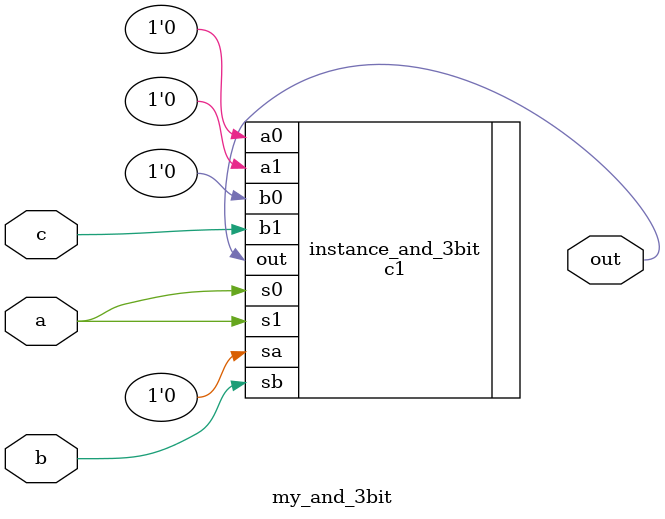
<source format=v>
module my_and(
    input a, b,
    output out
);
    c1 instance_and(.a0(1'b0), .a1(1'b0), .sa(a), .b0(1'b0), .b1(1'b1), .sb(a), .s0(b), .s1(b), .out(out));

endmodule


module my_and_3bit(
    input a, b, c,
    output out
);

    c1 instance_and_3bit(.a0(1'b0), .a1(1'b0), .sa(1'b0), .b0(1'b0), .b1(c), .sb(b), .s0(a), .s1(a), .out(out));
    
endmodule
</source>
